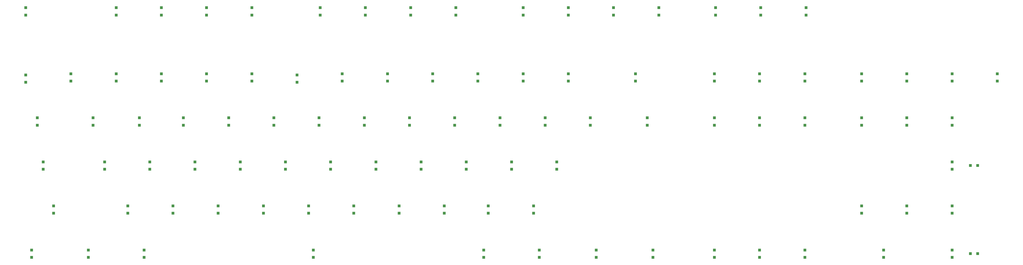
<source format=gbr>
G04 #@! TF.GenerationSoftware,KiCad,Pcbnew,(5.1.4)-1*
G04 #@! TF.CreationDate,2019-11-05T01:24:31-05:00*
G04 #@! TF.ProjectId,keyboard,6b657962-6f61-4726-942e-6b696361645f,rev?*
G04 #@! TF.SameCoordinates,Original*
G04 #@! TF.FileFunction,Paste,Bot*
G04 #@! TF.FilePolarity,Positive*
%FSLAX46Y46*%
G04 Gerber Fmt 4.6, Leading zero omitted, Abs format (unit mm)*
G04 Created by KiCad (PCBNEW (5.1.4)-1) date 2019-11-05 01:24:31*
%MOMM*%
%LPD*%
G04 APERTURE LIST*
%ADD10R,1.200000X1.200000*%
G04 APERTURE END LIST*
D10*
X9000000Y-1575000D03*
X9000000Y1575000D03*
X48000000Y1575000D03*
X48000000Y-1575000D03*
X67500000Y-1575000D03*
X67500000Y1575000D03*
X87000000Y1575000D03*
X87000000Y-1575000D03*
X106500000Y1575000D03*
X106500000Y-1575000D03*
X136000000Y-1575000D03*
X136000000Y1575000D03*
X155500000Y1575000D03*
X155500000Y-1575000D03*
X175000000Y-1575000D03*
X175000000Y1575000D03*
X194500000Y-1575000D03*
X194500000Y1575000D03*
X223500000Y1575000D03*
X223500000Y-1575000D03*
X243000000Y1575000D03*
X243000000Y-1575000D03*
X262500000Y-1575000D03*
X262500000Y1575000D03*
X282000000Y-1575000D03*
X282000000Y1575000D03*
X306500000Y1575000D03*
X306500000Y-1575000D03*
X326000000Y-1575000D03*
X326000000Y1575000D03*
X345500000Y1575000D03*
X345500000Y-1575000D03*
X9000000Y-27425000D03*
X9000000Y-30575000D03*
X28500000Y-26925000D03*
X28500000Y-30075000D03*
X48000000Y-30075000D03*
X48000000Y-26925000D03*
X67500000Y-26925000D03*
X67500000Y-30075000D03*
X87000000Y-26925000D03*
X87000000Y-30075000D03*
X106500000Y-30075000D03*
X106500000Y-26925000D03*
X126000000Y-30575000D03*
X126000000Y-27425000D03*
X145500000Y-30075000D03*
X145500000Y-26925000D03*
X165000000Y-26925000D03*
X165000000Y-30075000D03*
X184500000Y-30075000D03*
X184500000Y-26925000D03*
X204000000Y-26925000D03*
X204000000Y-30075000D03*
X223500000Y-30075000D03*
X223500000Y-26925000D03*
X243000000Y-30075000D03*
X243000000Y-26925000D03*
X272000000Y-26925000D03*
X272000000Y-30075000D03*
X14000000Y-49075000D03*
X14000000Y-45925000D03*
X38000000Y-45925000D03*
X38000000Y-49075000D03*
X58000000Y-45925000D03*
X58000000Y-49075000D03*
X77000000Y-49075000D03*
X77000000Y-45925000D03*
X96500000Y-49075000D03*
X96500000Y-45925000D03*
X116000000Y-49075000D03*
X116000000Y-45925000D03*
X135500000Y-45925000D03*
X135500000Y-49075000D03*
X155000000Y-49075000D03*
X155000000Y-45925000D03*
X174500000Y-45925000D03*
X174500000Y-49075000D03*
X194000000Y-49075000D03*
X194000000Y-45925000D03*
X213500000Y-49075000D03*
X213500000Y-45925000D03*
X233000000Y-49075000D03*
X233000000Y-45925000D03*
X252500000Y-45925000D03*
X252500000Y-49075000D03*
X277000000Y-45925000D03*
X277000000Y-49075000D03*
X16500000Y-68075000D03*
X16500000Y-64925000D03*
X43000000Y-64925000D03*
X43000000Y-68075000D03*
X62500000Y-68075000D03*
X62500000Y-64925000D03*
X82000000Y-64925000D03*
X82000000Y-68075000D03*
X101500000Y-68075000D03*
X101500000Y-64925000D03*
X121000000Y-64925000D03*
X121000000Y-68075000D03*
X140500000Y-68075000D03*
X140500000Y-64925000D03*
X160000000Y-68075000D03*
X160000000Y-64925000D03*
X179500000Y-64925000D03*
X179500000Y-68075000D03*
X199000000Y-64925000D03*
X199000000Y-68075000D03*
X218500000Y-64925000D03*
X218500000Y-68075000D03*
X238000000Y-68075000D03*
X238000000Y-64925000D03*
X21000000Y-87075000D03*
X21000000Y-83925000D03*
X53000000Y-83925000D03*
X53000000Y-87075000D03*
X72500000Y-83925000D03*
X72500000Y-87075000D03*
X92000000Y-87075000D03*
X92000000Y-83925000D03*
X111500000Y-83925000D03*
X111500000Y-87075000D03*
X131000000Y-87075000D03*
X131000000Y-83925000D03*
X150500000Y-83925000D03*
X150500000Y-87075000D03*
X170000000Y-83925000D03*
X170000000Y-87075000D03*
X189500000Y-87075000D03*
X189500000Y-83925000D03*
X208500000Y-83925000D03*
X208500000Y-87075000D03*
X228000000Y-87075000D03*
X228000000Y-83925000D03*
X11500000Y-106075000D03*
X11500000Y-102925000D03*
X36000000Y-102925000D03*
X36000000Y-106075000D03*
X60000000Y-106075000D03*
X60000000Y-102925000D03*
X133000000Y-106075000D03*
X133000000Y-102925000D03*
X206500000Y-102925000D03*
X206500000Y-106075000D03*
X230500000Y-102925000D03*
X230500000Y-106075000D03*
X255000000Y-102925000D03*
X255000000Y-106075000D03*
X279500000Y-106075000D03*
X279500000Y-102925000D03*
X306000000Y-26925000D03*
X306000000Y-30075000D03*
X325500000Y-30075000D03*
X325500000Y-26925000D03*
X345000000Y-30075000D03*
X345000000Y-26925000D03*
X306000000Y-49075000D03*
X306000000Y-45925000D03*
X325500000Y-49075000D03*
X325500000Y-45925000D03*
X345000000Y-49075000D03*
X345000000Y-45925000D03*
X306000000Y-106075000D03*
X306000000Y-102925000D03*
X325500000Y-106075000D03*
X325500000Y-102925000D03*
X345000000Y-102925000D03*
X345000000Y-106075000D03*
X369500000Y-26925000D03*
X369500000Y-30075000D03*
X389000000Y-30075000D03*
X389000000Y-26925000D03*
X408500000Y-26925000D03*
X408500000Y-30075000D03*
X428000000Y-26925000D03*
X428000000Y-30075000D03*
X369500000Y-45925000D03*
X369500000Y-49075000D03*
X389000000Y-49075000D03*
X389000000Y-45925000D03*
X408500000Y-45925000D03*
X408500000Y-49075000D03*
X416425000Y-66500000D03*
X419575000Y-66500000D03*
X408500000Y-64925000D03*
X408500000Y-68075000D03*
X369500000Y-87075000D03*
X369500000Y-83925000D03*
X389000000Y-87075000D03*
X389000000Y-83925000D03*
X408500000Y-83925000D03*
X408500000Y-87075000D03*
X419575000Y-104500000D03*
X416425000Y-104500000D03*
X379000000Y-102925000D03*
X379000000Y-106075000D03*
X408500000Y-106075000D03*
X408500000Y-102925000D03*
M02*

</source>
